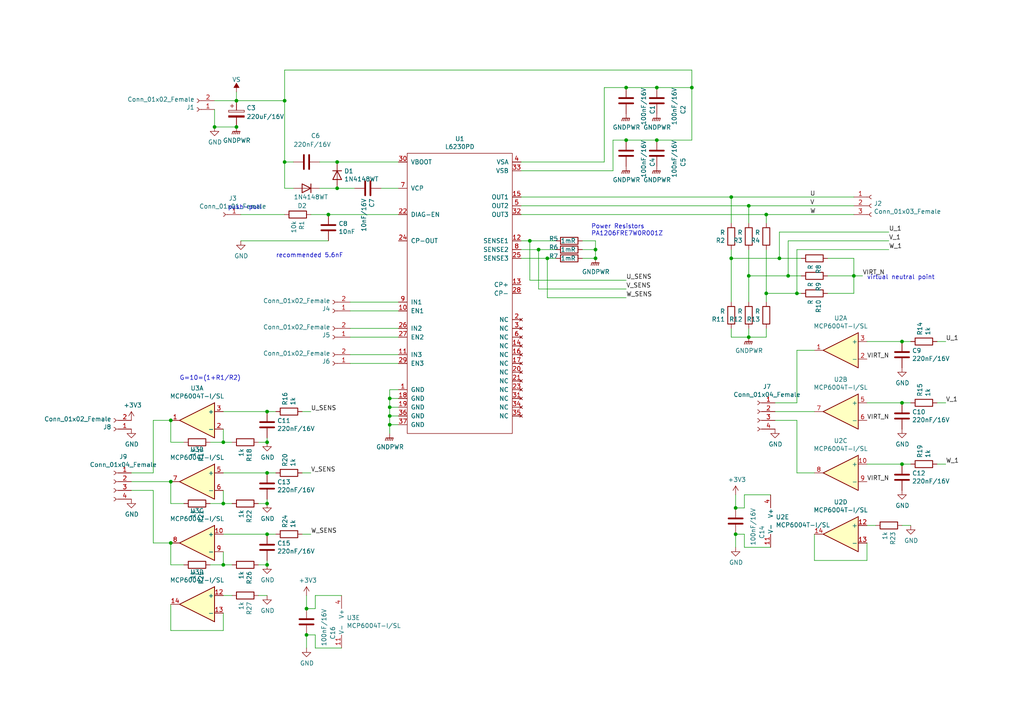
<source format=kicad_sch>
(kicad_sch (version 20211123) (generator eeschema)
  (paper "A4")
  (title_block (title "L6230 Driver Board") (date "2022-09-05") (rev "1") (company "MEgli"))
  (lib_symbols
    (symbol "Amplifier_Operational:MCP6004" (pin_names (offset 0.127))
      (property "Reference" "U" (at 0 5.08 0))
      (property "Value" "MCP6004" (at 0 -5.08 0))
      (symbol "MCP6004_1_1"
        (polyline (pts (xy -5.08 5.08) (xy 5.08 0) (xy -5.08 -5.08) (xy -5.08 5.08)) (stroke (width 0.254)) (fill (type background)))
        (pin output line (at 7.62 0 180) (length 2.54) (name "~") (number "1"))
        (pin input line (at -7.62 -2.54 0) (length 2.54) (name "-") (number "2"))
        (pin input line (at -7.62 2.54 0) (length 2.54) (name "+") (number "3"))
      )
      (symbol "MCP6004_2_1"
        (polyline (pts (xy -5.08 5.08) (xy 5.08 0) (xy -5.08 -5.08) (xy -5.08 5.08)) (stroke (width 0.254)) (fill (type background)))
        (pin input line (at -7.62 2.54 0) (length 2.54) (name "+") (number "5"))
        (pin input line (at -7.62 -2.54 0) (length 2.54) (name "-") (number "6"))
        (pin output line (at 7.62 0 180) (length 2.54) (name "~") (number "7"))
      )
      (symbol "MCP6004_3_1"
        (polyline (pts (xy -5.08 5.08) (xy 5.08 0) (xy -5.08 -5.08) (xy -5.08 5.08)) (stroke (width 0.254)) (fill (type background)))
        (pin input line (at -7.62 2.54 0) (length 2.54) (name "+") (number "10"))
        (pin output line (at 7.62 0 180) (length 2.54) (name "~") (number "8"))
        (pin input line (at -7.62 -2.54 0) (length 2.54) (name "-") (number "9"))
      )
      (symbol "MCP6004_4_1"
        (polyline (pts (xy -5.08 5.08) (xy 5.08 0) (xy -5.08 -5.08) (xy -5.08 5.08)) (stroke (width 0.254)) (fill (type background)))
        (pin input line (at -7.62 2.54 0) (length 2.54) (name "+") (number "12"))
        (pin input line (at -7.62 -2.54 0) (length 2.54) (name "-") (number "13"))
        (pin output line (at 7.62 0 180) (length 2.54) (name "~") (number "14"))
      )
      (symbol "MCP6004_5_1"
        (pin power_in line (at -2.54 -7.62 90) (length 3.81) (name "V-") (number "11"))
        (pin power_in line (at -2.54 7.62 270) (length 3.81) (name "V+") (number "4"))
      )
    )
    (symbol "Connector:Conn_01x01_Female" (pin_names (offset 1.016) hide)
      (property "Reference" "J" (at 0 2.54 0))
      (property "Value" "Conn_01x01_Female" (at 0 -2.54 0))
      (symbol "Conn_01x01_Female_1_1"
        (polyline (pts (xy -1.27 0) (xy -0.508 0)) (stroke (width 0.1524)))
        (arc (start 0 0.508) (mid -0.508 0) (end 0 -0.508) (stroke (width 0.1524)))
        (pin passive line (at -5.08 0 0) (length 3.81) (name "Pin_1") (number "1"))
      )
    )
    (symbol "Connector:Conn_01x02_Female" (pin_names (offset 1.016) hide)
      (property "Reference" "J" (at 0 2.54 0))
      (property "Value" "Conn_01x02_Female" (at 0 -5.08 0))
      (symbol "Conn_01x02_Female_1_1"
        (arc (start 0 -2.032) (mid -0.508 -2.54) (end 0 -3.048) (stroke (width 0.1524)))
        (polyline (pts (xy -1.27 -2.54) (xy -0.508 -2.54)) (stroke (width 0.1524)))
        (polyline (pts (xy -1.27 0) (xy -0.508 0)) (stroke (width 0.1524)))
        (arc (start 0 0.508) (mid -0.508 0) (end 0 -0.508) (stroke (width 0.1524)))
        (pin passive line (at -5.08 0 0) (length 3.81) (name "Pin_1") (number "1"))
        (pin passive line (at -5.08 -2.54 0) (length 3.81) (name "Pin_2") (number "2"))
      )
    )
    (symbol "Connector:Conn_01x03_Female" (pin_names (offset 1.016) hide)
      (property "Reference" "J" (at 0 5.08 0))
      (property "Value" "Conn_01x03_Female" (at 0 -5.08 0))
      (symbol "Conn_01x03_Female_1_1"
        (arc (start 0 -2.032) (mid -0.508 -2.54) (end 0 -3.048) (stroke (width 0.1524)))
        (polyline (pts (xy -1.27 -2.54) (xy -0.508 -2.54)) (stroke (width 0.1524)))
        (polyline (pts (xy -1.27 0) (xy -0.508 0)) (stroke (width 0.1524)))
        (polyline (pts (xy -1.27 2.54) (xy -0.508 2.54)) (stroke (width 0.1524)))
        (arc (start 0 0.508) (mid -0.508 0) (end 0 -0.508) (stroke (width 0.1524)))
        (arc (start 0 3.048) (mid -0.508 2.54) (end 0 2.032) (stroke (width 0.1524)))
        (pin passive line (at -5.08 2.54 0) (length 3.81) (name "Pin_1") (number "1"))
        (pin passive line (at -5.08 0 0) (length 3.81) (name "Pin_2") (number "2"))
        (pin passive line (at -5.08 -2.54 0) (length 3.81) (name "Pin_3") (number "3"))
      )
    )
    (symbol "Connector:Conn_01x04_Female" (pin_names (offset 1.016) hide)
      (property "Reference" "J" (at 0 5.08 0))
      (property "Value" "Conn_01x04_Female" (at 0 -7.62 0))
      (symbol "Conn_01x04_Female_1_1"
        (arc (start 0 -4.572) (mid -0.508 -5.08) (end 0 -5.588) (stroke (width 0.1524)))
        (arc (start 0 -2.032) (mid -0.508 -2.54) (end 0 -3.048) (stroke (width 0.1524)))
        (polyline (pts (xy -1.27 -5.08) (xy -0.508 -5.08)) (stroke (width 0.1524)))
        (polyline (pts (xy -1.27 -2.54) (xy -0.508 -2.54)) (stroke (width 0.1524)))
        (polyline (pts (xy -1.27 0) (xy -0.508 0)) (stroke (width 0.1524)))
        (polyline (pts (xy -1.27 2.54) (xy -0.508 2.54)) (stroke (width 0.1524)))
        (arc (start 0 0.508) (mid -0.508 0) (end 0 -0.508) (stroke (width 0.1524)))
        (arc (start 0 3.048) (mid -0.508 2.54) (end 0 2.032) (stroke (width 0.1524)))
        (pin passive line (at -5.08 2.54 0) (length 3.81) (name "Pin_1") (number "1"))
        (pin passive line (at -5.08 0 0) (length 3.81) (name "Pin_2") (number "2"))
        (pin passive line (at -5.08 -2.54 0) (length 3.81) (name "Pin_3") (number "3"))
        (pin passive line (at -5.08 -5.08 0) (length 3.81) (name "Pin_4") (number "4"))
      )
    )
    (symbol "Device:C" (pin_numbers hide) (pin_names (offset 0.254))
      (property "Reference" "C" (at 0.635 2.54 0))
      (property "Value" "C" (at 0.635 -2.54 0))
      (symbol "C_0_1"
        (polyline (pts (xy -2.032 -0.762) (xy 2.032 -0.762)) (stroke (width 0.508)))
        (polyline (pts (xy -2.032 0.762) (xy 2.032 0.762)) (stroke (width 0.508)))
      )
      (symbol "C_1_1"
        (pin passive line (at 0 3.81 270) (length 2.794) (name "~") (number "1"))
        (pin passive line (at 0 -3.81 90) (length 2.794) (name "~") (number "2"))
      )
    )
    (symbol "Device:C_Polarized" (pin_numbers hide) (pin_names (offset 0.254))
      (property "Reference" "C" (at 0.635 2.54 0))
      (property "Value" "C_Polarized" (at 0.635 -2.54 0))
      (symbol "C_Polarized_0_1"
        (rectangle (start -2.286 0.508) (end 2.286 1.016))
        (polyline (pts (xy -1.778 2.286) (xy -0.762 2.286)))
        (polyline (pts (xy -1.27 2.794) (xy -1.27 1.778)))
        (rectangle (start 2.286 -0.508) (end -2.286 -1.016) (fill (type outline)))
      )
      (symbol "C_Polarized_1_1"
        (pin passive line (at 0 3.81 270) (length 2.794) (name "~") (number "1"))
        (pin passive line (at 0 -3.81 90) (length 2.794) (name "~") (number "2"))
      )
    )
    (symbol "Device:R" (pin_numbers hide) (pin_names (offset 0))
      (property "Reference" "R" (at 2.032 0 90))
      (property "Value" "R" (at 0 0 90))
      (symbol "R_0_1"
        (rectangle (start -1.016 -2.54) (end 1.016 2.54) (stroke (width 0.254)))
      )
      (symbol "R_1_1"
        (pin passive line (at 0 3.81 270) (length 1.27) (name "~") (number "1"))
        (pin passive line (at 0 -3.81 90) (length 1.27) (name "~") (number "2"))
      )
    )
    (symbol "Diode:1N4148WT" (pin_numbers hide) (pin_names (offset 1.016) hide)
      (property "Reference" "D" (at 0 2.54 0))
      (property "Value" "1N4148WT" (at 0 -2.54 0))
      (symbol "1N4148WT_0_1"
        (polyline (pts (xy -1.27 1.27) (xy -1.27 -1.27)) (stroke (width 0.254)))
        (polyline (pts (xy 1.27 0) (xy -1.27 0)))
        (polyline (pts (xy 1.27 1.27) (xy 1.27 -1.27) (xy -1.27 0) (xy 1.27 1.27)) (stroke (width 0.254)))
      )
      (symbol "1N4148WT_1_1"
        (pin passive line (at -3.81 0 0) (length 2.54) (name "K") (number "1"))
        (pin passive line (at 3.81 0 180) (length 2.54) (name "A") (number "2"))
      )
    )
    (symbol "L6230:L6230PD" (pin_names (offset 1.016))
      (property "Reference" "U" (at -13.97 41.91 0))
      (property "Value" "L6230PD" (at 11.43 41.91 0))
      (symbol "L6230PD_0_1"
        (rectangle (start -15.24 40.64) (end 15.24 -40.64))
      )
      (symbol "L6230PD_1_1"
        (pin power_in line (at -17.78 -27.94 0) (length 2.54) (name "GND") (number "1"))
        (pin input line (at -17.78 -5.08 0) (length 2.54) (name "EN1") (number "10"))
        (pin input line (at -17.78 -17.78 0) (length 2.54) (name "IN3") (number "11"))
        (pin output line (at 17.78 15.24 180) (length 2.54) (name "SENSE1") (number "12"))
        (pin input line (at 17.78 2.54 180) (length 2.54) (name "CP+") (number "13"))
        (pin no_connect line (at 17.78 -15.24 180) (length 2.54) (name "NC") (number "14"))
        (pin power_out line (at 17.78 27.94 180) (length 2.54) (name "OUT1") (number "15"))
        (pin no_connect line (at 17.78 -17.78 180) (length 2.54) (name "NC") (number "16"))
        (pin no_connect line (at 17.78 -20.32 180) (length 2.54) (name "NC") (number "17"))
        (pin power_in line (at -17.78 -30.48 0) (length 2.54) (name "GND") (number "18"))
        (pin power_in line (at -17.78 -33.02 0) (length 2.54) (name "GND") (number "19"))
        (pin no_connect line (at 17.78 -7.62 180) (length 2.54) (name "NC") (number "2"))
        (pin no_connect line (at 17.78 -22.86 180) (length 2.54) (name "NC") (number "20"))
        (pin no_connect line (at 17.78 -25.4 180) (length 2.54) (name "NC") (number "21"))
        (pin output line (at -17.78 22.86 0) (length 2.54) (name "DIAG-EN") (number "22"))
        (pin no_connect line (at 17.78 -27.94 180) (length 2.54) (name "NC") (number "23"))
        (pin output line (at -17.78 15.24 0) (length 2.54) (name "CP-OUT") (number "24"))
        (pin power_out line (at 17.78 10.16 180) (length 2.54) (name "SENSE3") (number "25"))
        (pin input line (at -17.78 -10.16 0) (length 2.54) (name "IN2") (number "26"))
        (pin input line (at -17.78 -12.7 0) (length 2.54) (name "EN2") (number "27"))
        (pin input line (at 17.78 0 180) (length 2.54) (name "CP-") (number "28"))
        (pin input line (at -17.78 -20.32 0) (length 2.54) (name "EN3") (number "29"))
        (pin no_connect line (at 17.78 -10.16 180) (length 2.54) (name "NC") (number "3"))
        (pin power_in line (at -17.78 38.1 0) (length 2.54) (name "VBOOT") (number "30"))
        (pin no_connect line (at 17.78 -30.48 180) (length 2.54) (name "NC") (number "31"))
        (pin power_out line (at 17.78 22.86 180) (length 2.54) (name "OUT3") (number "32"))
        (pin power_in line (at 17.78 35.56 180) (length 2.54) (name "VSB") (number "33"))
        (pin no_connect line (at 17.78 -33.02 180) (length 2.54) (name "NC") (number "34"))
        (pin no_connect line (at 17.78 -35.56 180) (length 2.54) (name "NC") (number "35"))
        (pin power_in line (at -17.78 -35.56 0) (length 2.54) (name "GND") (number "36"))
        (pin power_in line (at -17.78 -38.1 0) (length 2.54) (name "GND") (number "37"))
        (pin power_in line (at 17.78 38.1 180) (length 2.54) (name "VSA") (number "4"))
        (pin power_out line (at 17.78 25.4 180) (length 2.54) (name "OUT2") (number "5"))
        (pin no_connect line (at 17.78 -12.7 180) (length 2.54) (name "NC") (number "6"))
        (pin power_in line (at -17.78 30.48 0) (length 2.54) (name "VCP") (number "7"))
        (pin output line (at 17.78 12.7 180) (length 2.54) (name "SENSE2") (number "8"))
        (pin input line (at -17.78 -2.54 0) (length 2.54) (name "IN1") (number "9"))
      )
    )
    (symbol "power:+3.3V" (power) (pin_names (offset 0))
      (property "Value" "+3.3V" (at 0 3.556 0))
      (symbol "+3.3V_0_1"
        (polyline (pts (xy -0.762 1.27) (xy 0 2.54)))
        (polyline (pts (xy 0 0) (xy 0 2.54)))
        (polyline (pts (xy 0 2.54) (xy 0.762 1.27)))
      )
      (symbol "+3.3V_1_1"
        (pin power_in line (at 0 0 90) (length 0) hide (name "+3V3") (number "1"))
      )
    )
    (symbol "power:GND" (power) (pin_names (offset 0))
      (property "Value" "GND" (at 0 -3.81 0))
      (symbol "GND_0_1"
        (polyline (pts (xy 0 0) (xy 0 -1.27) (xy 1.27 -1.27) (xy 0 -2.54) (xy -1.27 -1.27) (xy 0 -1.27)))
      )
      (symbol "GND_1_1"
        (pin power_in line (at 0 0 270) (length 0) hide (name "GND") (number "1"))
      )
    )
    (symbol "power:GNDPWR" (power) (pin_names (offset 0))
      (property "Value" "GNDPWR" (at 0 -3.302 0))
      (symbol "GNDPWR_0_1"
        (polyline (pts (xy 0 -1.27) (xy 0 0)))
        (polyline (pts (xy -1.016 -1.27) (xy -1.27 -2.032) (xy -1.27 -2.032)) (stroke (width 0.2032)))
        (polyline (pts (xy -0.508 -1.27) (xy -0.762 -2.032) (xy -0.762 -2.032)) (stroke (width 0.2032)))
        (polyline (pts (xy 0 -1.27) (xy -0.254 -2.032) (xy -0.254 -2.032)) (stroke (width 0.2032)))
        (polyline (pts (xy 0.508 -1.27) (xy 0.254 -2.032) (xy 0.254 -2.032)) (stroke (width 0.2032)))
        (polyline (pts (xy 1.016 -1.27) (xy -1.016 -1.27) (xy -1.016 -1.27)) (stroke (width 0.2032)))
        (polyline (pts (xy 1.016 -1.27) (xy 0.762 -2.032) (xy 0.762 -2.032) (xy 0.762 -2.032)) (stroke (width 0.2032)))
      )
      (symbol "GNDPWR_1_1"
        (pin power_in line (at 0 0 270) (length 0) hide (name "GNDPWR") (number "1"))
      )
    )
    (symbol "power:VS" (power) (pin_names (offset 0))
      (property "Value" "VS" (at 0 3.81 0))
      (symbol "VS_0_1"
        (polyline (pts (xy 0 0) (xy 0 2.54)))
        (polyline (pts (xy 0.762 1.27) (xy -0.762 1.27) (xy 0 2.54) (xy 0.762 1.27)) (fill (type outline)))
      )
      (symbol "VS_1_1"
        (pin power_in line (at 0 0 90) (length 0) hide (name "VS") (number "1"))
      )
    )
  )
  (junction (at 49.53 157.48))
  (junction (at 172.72 72.39))
  (junction (at 77.47 137.16))
  (junction (at 64.77 146.05))
  (junction (at 228.6 80.01))
  (junction (at 190.5 25.4))
  (junction (at 212.09 57.15))
  (junction (at 113.03 115.57))
  (junction (at 97.79 46.99))
  (junction (at 181.61 25.4))
  (junction (at 217.17 97.79))
  (junction (at 158.75 74.93))
  (junction (at 261.62 134.62))
  (junction (at 82.55 46.99))
  (junction (at 77.47 119.38))
  (junction (at 213.36 154.94))
  (junction (at 77.47 163.83))
  (junction (at 156.21 72.39))
  (junction (at 247.65 80.01))
  (junction (at 217.17 80.01))
  (junction (at 261.62 99.06))
  (junction (at 222.25 85.09))
  (junction (at 113.03 123.19))
  (junction (at 190.5 40.64))
  (junction (at 153.67 69.85))
  (junction (at 181.61 40.64))
  (junction (at 64.77 128.27))
  (junction (at 88.9 176.53))
  (junction (at 172.72 74.93))
  (junction (at 261.62 116.84))
  (junction (at 113.03 118.11))
  (junction (at 49.53 121.92))
  (junction (at 97.79 54.61))
  (junction (at 64.77 163.83))
  (junction (at 113.03 120.65))
  (junction (at 95.25 62.23))
  (junction (at 200.66 25.4))
  (junction (at 212.09 74.93))
  (junction (at 68.58 36.83))
  (junction (at 68.58 29.21))
  (junction (at 226.06 74.93))
  (junction (at 88.9 184.15))
  (junction (at 222.25 62.23))
  (junction (at 213.36 147.32))
  (junction (at 62.23 36.83))
  (junction (at 77.47 154.94))
  (junction (at 77.47 128.27))
  (junction (at 231.14 85.09))
  (junction (at 77.47 146.05))
  (junction (at 49.53 139.7))
  (junction (at 82.55 29.21))
  (junction (at 217.17 59.69))
  (wire (pts (xy 226.06 67.31) (xy 257.81 67.31)))
  (wire (pts (xy 175.26 46.99) (xy 175.26 25.4)))
  (wire (pts (xy 247.65 57.15) (xy 212.09 57.15)))
  (wire (pts (xy 91.44 176.53) (xy 91.44 172.72)))
  (wire (pts (xy 217.17 95.25) (xy 217.17 97.79)))
  (wire (pts (xy 232.41 74.93) (xy 226.06 74.93)))
  (wire (pts (xy 38.1 137.16) (xy 44.45 137.16)))
  (wire (pts (xy 95.25 69.85) (xy 69.85 69.85)))
  (wire (pts (xy 251.46 99.06) (xy 261.62 99.06)))
  (wire (pts (xy 212.09 72.39) (xy 212.09 74.93)))
  (wire (pts (xy 200.66 25.4) (xy 200.66 20.32)))
  (wire (pts (xy 228.6 80.01) (xy 228.6 69.85)))
  (wire (pts (xy 226.06 74.93) (xy 212.09 74.93)))
  (wire (pts (xy 161.29 72.39) (xy 156.21 72.39)))
  (wire (pts (xy 231.14 85.09) (xy 222.25 85.09)))
  (wire (pts (xy 153.67 69.85) (xy 153.67 81.28)))
  (wire (pts (xy 77.47 119.38) (xy 80.01 119.38)))
  (wire (pts (xy 62.23 36.83) (xy 62.23 31.75)))
  (wire (pts (xy 158.75 74.93) (xy 161.29 74.93)))
  (wire (pts (xy 240.03 80.01) (xy 247.65 80.01)))
  (wire (pts (xy 200.66 40.64) (xy 200.66 25.4)))
  (wire (pts (xy 82.55 54.61) (xy 82.55 46.99)))
  (wire (pts (xy 151.13 46.99) (xy 175.26 46.99)))
  (wire (pts (xy 115.57 54.61) (xy 110.49 54.61)))
  (wire (pts (xy 102.87 54.61) (xy 97.79 54.61)))
  (wire (pts (xy 82.55 29.21) (xy 82.55 46.99)))
  (wire (pts (xy 115.57 115.57) (xy 113.03 115.57)))
  (wire (pts (xy 115.57 62.23) (xy 95.25 62.23)))
  (wire (pts (xy 231.14 72.39) (xy 257.81 72.39)))
  (wire (pts (xy 49.53 157.48) (xy 49.53 163.83)))
  (wire (pts (xy 240.03 85.09) (xy 247.65 85.09)))
  (wire (pts (xy 88.9 172.72) (xy 88.9 176.53)))
  (wire (pts (xy 101.6 97.79) (xy 115.57 97.79)))
  (wire (pts (xy 92.71 46.99) (xy 97.79 46.99)))
  (wire (pts (xy 212.09 57.15) (xy 212.09 64.77)))
  (wire (pts (xy 232.41 85.09) (xy 231.14 85.09)))
  (wire (pts (xy 97.79 54.61) (xy 92.71 54.61)))
  (wire (pts (xy 67.31 128.27) (xy 64.77 128.27)))
  (wire (pts (xy 64.77 128.27) (xy 60.96 128.27)))
  (wire (pts (xy 91.44 187.96) (xy 91.44 184.15)))
  (wire (pts (xy 156.21 72.39) (xy 156.21 83.82)))
  (wire (pts (xy 261.62 99.06) (xy 264.16 99.06)))
  (wire (pts (xy 172.72 69.85) (xy 172.72 72.39)))
  (wire (pts (xy 64.77 119.38) (xy 77.47 119.38)))
  (wire (pts (xy 97.79 46.99) (xy 115.57 46.99)))
  (wire (pts (xy 190.5 25.4) (xy 200.66 25.4)))
  (wire (pts (xy 87.63 154.94) (xy 90.17 154.94)))
  (wire (pts (xy 68.58 26.67) (xy 68.58 29.21)))
  (wire (pts (xy 222.25 85.09) (xy 222.25 87.63)))
  (wire (pts (xy 231.14 121.92) (xy 224.79 121.92)))
  (wire (pts (xy 247.65 80.01) (xy 247.65 85.09)))
  (wire (pts (xy 113.03 118.11) (xy 115.57 118.11)))
  (wire (pts (xy 113.03 123.19) (xy 115.57 123.19)))
  (wire (pts (xy 77.47 137.16) (xy 80.01 137.16)))
  (wire (pts (xy 168.91 69.85) (xy 172.72 69.85)))
  (wire (pts (xy 213.36 143.51) (xy 213.36 147.32)))
  (wire (pts (xy 212.09 57.15) (xy 151.13 57.15)))
  (wire (pts (xy 64.77 146.05) (xy 60.96 146.05)))
  (wire (pts (xy 53.34 146.05) (xy 49.53 146.05)))
  (wire (pts (xy 44.45 157.48) (xy 44.45 142.24)))
  (wire (pts (xy 87.63 119.38) (xy 90.17 119.38)))
  (wire (pts (xy 264.16 152.4) (xy 261.62 152.4)))
  (wire (pts (xy 85.09 54.61) (xy 82.55 54.61)))
  (wire (pts (xy 224.79 116.84) (xy 231.14 116.84)))
  (wire (pts (xy 181.61 40.64) (xy 190.5 40.64)))
  (wire (pts (xy 251.46 116.84) (xy 261.62 116.84)))
  (wire (pts (xy 236.22 137.16) (xy 231.14 137.16)))
  (wire (pts (xy 217.17 72.39) (xy 217.17 80.01)))
  (wire (pts (xy 68.58 29.21) (xy 82.55 29.21)))
  (wire (pts (xy 228.6 69.85) (xy 257.81 69.85)))
  (wire (pts (xy 95.25 62.23) (xy 90.17 62.23)))
  (wire (pts (xy 115.57 120.65) (xy 113.03 120.65)))
  (wire (pts (xy 271.78 99.06) (xy 274.32 99.06)))
  (wire (pts (xy 156.21 72.39) (xy 151.13 72.39)))
  (wire (pts (xy 44.45 137.16) (xy 44.45 121.92)))
  (wire (pts (xy 200.66 20.32) (xy 82.55 20.32)))
  (wire (pts (xy 91.44 172.72) (xy 99.06 172.72)))
  (wire (pts (xy 247.65 62.23) (xy 222.25 62.23)))
  (wire (pts (xy 64.77 177.8) (xy 64.77 182.88)))
  (wire (pts (xy 113.03 123.19) (xy 113.03 120.65)))
  (wire (pts (xy 113.03 115.57) (xy 113.03 113.03)))
  (wire (pts (xy 231.14 85.09) (xy 231.14 72.39)))
  (wire (pts (xy 226.06 74.93) (xy 226.06 67.31)))
  (wire (pts (xy 67.31 172.72) (xy 64.77 172.72)))
  (wire (pts (xy 77.47 127) (xy 77.47 128.27)))
  (wire (pts (xy 60.96 163.83) (xy 64.77 163.83)))
  (wire (pts (xy 231.14 101.6) (xy 236.22 101.6)))
  (wire (pts (xy 64.77 142.24) (xy 64.77 146.05)))
  (wire (pts (xy 113.03 120.65) (xy 113.03 118.11)))
  (wire (pts (xy 232.41 80.01) (xy 228.6 80.01)))
  (wire (pts (xy 251.46 134.62) (xy 261.62 134.62)))
  (wire (pts (xy 212.09 97.79) (xy 217.17 97.79)))
  (wire (pts (xy 217.17 97.79) (xy 222.25 97.79)))
  (wire (pts (xy 156.21 83.82) (xy 181.61 83.82)))
  (wire (pts (xy 49.53 128.27) (xy 49.53 121.92)))
  (wire (pts (xy 49.53 182.88) (xy 49.53 175.26)))
  (wire (pts (xy 240.03 74.93) (xy 247.65 74.93)))
  (wire (pts (xy 113.03 118.11) (xy 113.03 115.57)))
  (wire (pts (xy 99.06 187.96) (xy 91.44 187.96)))
  (wire (pts (xy 88.9 176.53) (xy 91.44 176.53)))
  (wire (pts (xy 82.55 20.32) (xy 82.55 29.21)))
  (wire (pts (xy 115.57 87.63) (xy 101.6 87.63)))
  (wire (pts (xy 115.57 102.87) (xy 101.6 102.87)))
  (wire (pts (xy 223.52 158.75) (xy 215.9 158.75)))
  (wire (pts (xy 53.34 128.27) (xy 49.53 128.27)))
  (wire (pts (xy 62.23 36.83) (xy 68.58 36.83)))
  (wire (pts (xy 77.47 172.72) (xy 74.93 172.72)))
  (wire (pts (xy 64.77 163.83) (xy 67.31 163.83)))
  (wire (pts (xy 217.17 59.69) (xy 247.65 59.69)))
  (wire (pts (xy 88.9 187.96) (xy 88.9 184.15)))
  (wire (pts (xy 222.25 62.23) (xy 151.13 62.23)))
  (wire (pts (xy 44.45 121.92) (xy 49.53 121.92)))
  (wire (pts (xy 215.9 147.32) (xy 215.9 143.51)))
  (wire (pts (xy 77.47 162.56) (xy 77.47 163.83)))
  (wire (pts (xy 215.9 143.51) (xy 223.52 143.51)))
  (wire (pts (xy 115.57 95.25) (xy 101.6 95.25)))
  (wire (pts (xy 113.03 125.73) (xy 113.03 123.19)))
  (wire (pts (xy 175.26 25.4) (xy 181.61 25.4)))
  (wire (pts (xy 231.14 137.16) (xy 231.14 121.92)))
  (wire (pts (xy 74.93 128.27) (xy 77.47 128.27)))
  (wire (pts (xy 251.46 162.56) (xy 236.22 162.56)))
  (wire (pts (xy 247.65 74.93) (xy 247.65 80.01)))
  (wire (pts (xy 158.75 86.36) (xy 181.61 86.36)))
  (wire (pts (xy 115.57 90.17) (xy 101.6 90.17)))
  (wire (pts (xy 247.65 80.01) (xy 250.19 80.01)))
  (wire (pts (xy 215.9 158.75) (xy 215.9 154.94)))
  (wire (pts (xy 213.36 147.32) (xy 215.9 147.32)))
  (wire (pts (xy 49.53 139.7) (xy 38.1 139.7)))
  (wire (pts (xy 168.91 72.39) (xy 172.72 72.39)))
  (wire (pts (xy 251.46 157.48) (xy 251.46 162.56)))
  (wire (pts (xy 236.22 162.56) (xy 236.22 154.94)))
  (wire (pts (xy 261.62 134.62) (xy 264.16 134.62)))
  (wire (pts (xy 222.25 97.79) (xy 222.25 95.25)))
  (wire (pts (xy 151.13 49.53) (xy 177.8 49.53)))
  (wire (pts (xy 91.44 184.15) (xy 88.9 184.15)))
  (wire (pts (xy 172.72 74.93) (xy 168.91 74.93)))
  (wire (pts (xy 64.77 182.88) (xy 49.53 182.88)))
  (wire (pts (xy 69.85 62.23) (xy 82.55 62.23)))
  (wire (pts (xy 62.23 29.21) (xy 68.58 29.21)))
  (wire (pts (xy 190.5 40.64) (xy 200.66 40.64)))
  (wire (pts (xy 212.09 95.25) (xy 212.09 97.79)))
  (wire (pts (xy 222.25 62.23) (xy 222.25 64.77)))
  (wire (pts (xy 181.61 25.4) (xy 190.5 25.4)))
  (wire (pts (xy 67.31 146.05) (xy 64.77 146.05)))
  (wire (pts (xy 217.17 80.01) (xy 217.17 87.63)))
  (wire (pts (xy 82.55 46.99) (xy 85.09 46.99)))
  (wire (pts (xy 64.77 154.94) (xy 77.47 154.94)))
  (wire (pts (xy 151.13 74.93) (xy 158.75 74.93)))
  (wire (pts (xy 64.77 137.16) (xy 77.47 137.16)))
  (wire (pts (xy 172.72 72.39) (xy 172.72 74.93)))
  (wire (pts (xy 77.47 146.05) (xy 74.93 146.05)))
  (wire (pts (xy 217.17 59.69) (xy 217.17 64.77)))
  (wire (pts (xy 158.75 74.93) (xy 158.75 86.36)))
  (wire (pts (xy 222.25 72.39) (xy 222.25 85.09)))
  (wire (pts (xy 153.67 81.28) (xy 181.61 81.28)))
  (wire (pts (xy 49.53 157.48) (xy 44.45 157.48)))
  (wire (pts (xy 254 152.4) (xy 251.46 152.4)))
  (wire (pts (xy 151.13 59.69) (xy 217.17 59.69)))
  (wire (pts (xy 87.63 137.16) (xy 90.17 137.16)))
  (wire (pts (xy 113.03 113.03) (xy 115.57 113.03)))
  (wire (pts (xy 77.47 154.94) (xy 80.01 154.94)))
  (wire (pts (xy 271.78 116.84) (xy 274.32 116.84)))
  (wire (pts (xy 236.22 119.38) (xy 224.79 119.38)))
  (wire (pts (xy 231.14 116.84) (xy 231.14 101.6)))
  (wire (pts (xy 177.8 40.64) (xy 181.61 40.64)))
  (wire (pts (xy 215.9 154.94) (xy 213.36 154.94)))
  (wire (pts (xy 177.8 49.53) (xy 177.8 40.64)))
  (wire (pts (xy 101.6 105.41) (xy 115.57 105.41)))
  (wire (pts (xy 261.62 116.84) (xy 264.16 116.84)))
  (wire (pts (xy 44.45 142.24) (xy 38.1 142.24)))
  (wire (pts (xy 151.13 69.85) (xy 153.67 69.85)))
  (wire (pts (xy 228.6 80.01) (xy 217.17 80.01)))
  (wire (pts (xy 213.36 158.75) (xy 213.36 154.94)))
  (wire (pts (xy 271.78 134.62) (xy 274.32 134.62)))
  (wire (pts (xy 153.67 69.85) (xy 161.29 69.85)))
  (wire (pts (xy 212.09 74.93) (xy 212.09 87.63)))
  (wire (pts (xy 64.77 160.02) (xy 64.77 163.83)))
  (wire (pts (xy 77.47 144.78) (xy 77.47 146.05)))
  (wire (pts (xy 74.93 163.83) (xy 77.47 163.83)))
  (wire (pts (xy 49.53 146.05) (xy 49.53 139.7)))
  (wire (pts (xy 49.53 163.83) (xy 53.34 163.83)))
  (wire (pts (xy 64.77 124.46) (xy 64.77 128.27)))
  (text "push-pull" (at 66.04 60.96 0) (effects (font (size 1.27 1.27)) (justify left bottom)))
  (text "recommended 5.6nF" (at 80.01 74.93 0) (effects (font (size 1.27 1.27)) (justify left bottom)))
  (text "virtual neutral point" (at 251.46 81.28 0) (effects (font (size 1.27 1.27)) (justify left bottom)))
  (text "Power Resistors\nPA1206FRE7W0R001Z" (at 171.45 68.58 0) (effects (font (size 1.27 1.27)) (justify left bottom)))
  (text "G=10=(1+R1/R2)" (at 52.07 110.49 0) (effects (font (size 1.27 1.27)) (justify left bottom)))
  (label "V_1" (at 257.81 69.85 0))
  (label "VIRT_N" (at 251.46 139.7 0))
  (label "U_SENS" (at 90.17 119.38 0))
  (label "V" (at 234.95 59.69 0))
  (label "V_SENS" (at 90.17 137.16 0))
  (label "VIRT_N" (at 251.46 121.92 0))
  (label "U" (at 234.95 57.15 0))
  (label "VIRT_N" (at 251.46 104.14 0))
  (label "W_1" (at 274.32 134.62 0))
  (label "U_1" (at 274.32 99.06 0))
  (label "U_1" (at 257.81 67.31 0))
  (label "VIRT_N" (at 250.19 80.01 0))
  (label "W_SENS" (at 181.61 86.36 0))
  (label "W_1" (at 257.81 72.39 0))
  (label "V_1" (at 274.32 116.84 0))
  (label "U_SENS" (at 181.61 81.28 0))
  (label "W_SENS" (at 90.17 154.94 0))
  (label "V_SENS" (at 181.61 83.82 0))
  (label "W" (at 234.95 62.23 0))
  (symbol (lib_id "Connector:Conn_01x03_Female") (at 252.73 59.69 0) (unit 1)
    (property "Reference" "J2" (at 253.4412 59.0296 0) (effects (justify left)))
    (property "Value" "Conn_01x03_Female" (at 253.4412 61.341 0) (effects (justify left)))
    (property "Footprint" "Connector_PinSocket_2.54mm:PinSocket_1x03_P2.54mm_Vertical" (effects hide))
  )
  (symbol (lib_id "Connector:Conn_01x02_Female") (at 57.15 31.75 180) (unit 1)
    (property "Reference" "J1" (at 56.4388 31.1404 0) (effects (justify left)))
    (property "Value" "Conn_01x02_Female" (at 56.4388 28.829 0) (effects (justify left)))
    (property "Footprint" "Connector_PinSocket_2.54mm:PinSocket_1x02_P2.54mm_Vertical" (effects hide))
  )
  (symbol (lib_id "L6230:L6230PD") (at 133.35 85.09 0) (unit 1)
    (property "Reference" "U1" (at 133.35 40.259 0))
    (property "Value" "L6230PD" (at 133.35 42.5704 0))
    (property "Footprint" "Package_SO:HSOP-36-1EP_11.0x15.9mm_P0.65mm_SlugDown_ThermalVias" (effects hide))
  )
  (symbol (lib_id "Diode:1N4148WT") (at 97.79 50.8 270) (unit 1)
    (property "Reference" "D1" (at 99.822 49.6316 90) (effects (justify left)))
    (property "Value" "1N4148WT" (at 99.822 51.943 90) (effects (justify left)))
    (property "Footprint" "Diode_SMD:D_SOD-523" (effects hide))
    (property "Datasheet" "https://www.diodes.com/assets/Datasheets/ds30396.pdf" (effects hide))
  )
  (symbol (lib_id "Device:C") (at 106.68 54.61 270) (unit 1)
    (property "Reference" "C7" (at 107.8484 57.531 0) (effects (justify left)))
    (property "Value" "10nF/16V" (at 105.537 57.531 0) (effects (justify left)))
    (property "Footprint" "Capacitor_SMD:C_0603_1608Metric" (effects hide))
  )
  (symbol (lib_id "Diode:1N4148WT") (at 88.9 54.61 180) (unit 1)
    (property "Reference" "D2" (at 87.63 59.69 0))
    (property "Value" "1N4148WT" (at 90.17 57.15 0))
    (property "Footprint" "Diode_SMD:D_SOD-523" (effects hide))
    (property "Datasheet" "https://www.diodes.com/assets/Datasheets/ds30396.pdf" (effects hide))
  )
  (symbol (lib_id "Device:C") (at 88.9 46.99 270) (unit 1)
    (property "Reference" "C6" (at 90.17 39.37 90) (effects (justify left)))
    (property "Value" "220nF/16V" (at 85.09 41.91 90) (effects (justify left)))
    (property "Footprint" "Capacitor_SMD:C_0603_1608Metric" (effects hide))
  )
  (symbol (lib_id "Device:R") (at 165.1 69.85 90) (unit 1)
    (property "Reference" "R5" (at 161.925 69.215 90) (effects (justify left)))
    (property "Value" "1mR" (at 167.005 69.85 90) (effects (justify left)))
    (property "Footprint" "Resistor_SMD:R_1206_3216Metric" (effects hide))
  )
  (symbol (lib_id "Device:C") (at 95.25 66.04 0) (unit 1)
    (property "Reference" "C8" (at 98.171 64.8716 0) (effects (justify left)))
    (property "Value" "10nF" (at 98.171 67.183 0) (effects (justify left)))
    (property "Footprint" "Capacitor_SMD:C_0603_1608Metric" (effects hide))
  )
  (symbol (lib_id "Device:R") (at 165.1 72.39 90) (unit 1)
    (property "Reference" "R6" (at 161.925 71.755 90) (effects (justify left)))
    (property "Value" "1mR" (at 167.005 72.39 90) (effects (justify left)))
    (property "Footprint" "Resistor_SMD:R_1206_3216Metric" (effects hide))
  )
  (symbol (lib_id "Device:R") (at 165.1 74.93 90) (unit 1)
    (property "Reference" "R7" (at 161.925 74.295 90) (effects (justify left)))
    (property "Value" "1mR" (at 167.005 74.93 90) (effects (justify left)))
    (property "Footprint" "Resistor_SMD:R_1206_3216Metric" (effects hide))
  )
  (symbol (lib_id "Device:R") (at 86.36 62.23 270) (unit 1)
    (property "Reference" "R1" (at 87.5284 64.008 0) (effects (justify left)))
    (property "Value" "10k" (at 85.217 64.008 0) (effects (justify left)))
    (property "Footprint" "Resistor_SMD:R_0603_1608Metric" (effects hide))
  )
  (symbol (lib_id "power:GNDPWR") (at 68.58 36.83 0) (unit 1)
    (property "Reference" "#PWR0101" (effects hide))
    (property "Value" "GNDPWR" (at 68.6816 40.7416 0))
  )
  (symbol (lib_id "power:GNDPWR") (at 172.72 74.93 0) (unit 1)
    (property "Reference" "#PWR0107" (effects hide))
    (property "Value" "GNDPWR" (at 172.8216 78.8416 0))
  )
  (symbol (lib_id "power:GND") (at 62.23 36.83 0) (unit 1)
    (property "Reference" "#PWR0102" (effects hide))
    (property "Value" "GND" (at 62.357 41.2242 0))
  )
  (symbol (lib_id "power:GND") (at 69.85 69.85 0) (unit 1)
    (property "Reference" "#PWR0103" (effects hide))
    (property "Value" "GND" (at 69.977 74.2442 0))
  )
  (symbol (lib_id "Device:C") (at 190.5 29.21 180) (unit 1)
    (property "Reference" "C2" (at 198.12 30.48 90) (effects (justify left)))
    (property "Value" "100nF/16V" (at 195.58 25.4 90) (effects (justify left)))
    (property "Footprint" "Capacitor_SMD:C_0603_1608Metric" (effects hide))
  )
  (symbol (lib_id "Device:C") (at 181.61 29.21 180) (unit 1)
    (property "Reference" "C1" (at 189.23 30.48 90) (effects (justify left)))
    (property "Value" "100nF/16V" (at 186.69 25.4 90) (effects (justify left)))
    (property "Footprint" "Capacitor_SMD:C_0603_1608Metric" (effects hide))
  )
  (symbol (lib_id "power:GNDPWR") (at 181.61 33.02 0) (unit 1)
    (property "Reference" "#PWR0104" (effects hide))
    (property "Value" "GNDPWR" (at 181.7116 36.9316 0))
  )
  (symbol (lib_id "power:GNDPWR") (at 190.5 33.02 0) (unit 1)
    (property "Reference" "#PWR0105" (effects hide))
    (property "Value" "GNDPWR" (at 190.6016 36.9316 0))
  )
  (symbol (lib_id "power:GNDPWR") (at 113.03 125.73 0) (unit 1)
    (property "Reference" "#PWR0106" (effects hide))
    (property "Value" "GNDPWR" (at 113.1316 129.6416 0))
  )
  (symbol (lib_id "Device:C") (at 190.5 44.45 180) (unit 1)
    (property "Reference" "C5" (at 198.12 45.72 90) (effects (justify left)))
    (property "Value" "100nF/16V" (at 195.58 40.64 90) (effects (justify left)))
    (property "Footprint" "Capacitor_SMD:C_0603_1608Metric" (effects hide))
  )
  (symbol (lib_id "Device:C") (at 181.61 44.45 180) (unit 1)
    (property "Reference" "C4" (at 189.23 45.72 90) (effects (justify left)))
    (property "Value" "100nF/16V" (at 186.69 40.64 90) (effects (justify left)))
    (property "Footprint" "Capacitor_SMD:C_0603_1608Metric" (effects hide))
  )
  (symbol (lib_id "power:GNDPWR") (at 181.61 48.26 0) (unit 1)
    (property "Reference" "#PWR0108" (effects hide))
    (property "Value" "GNDPWR" (at 181.7116 52.1716 0))
  )
  (symbol (lib_id "power:GNDPWR") (at 190.5 48.26 0) (unit 1)
    (property "Reference" "#PWR0109" (effects hide))
    (property "Value" "GNDPWR" (at 190.6016 52.1716 0))
  )
  (symbol (lib_id "Device:R") (at 212.09 68.58 180) (unit 1)
    (property "Reference" "R2" (at 210.312 69.7484 0) (effects (justify left)))
    (property "Value" "R" (at 210.312 67.437 0) (effects (justify left)))
    (property "Footprint" "Resistor_SMD:R_0603_1608Metric" (effects hide))
  )
  (symbol (lib_id "Device:R") (at 217.17 68.58 180) (unit 1)
    (property "Reference" "R3" (at 215.392 69.7484 0) (effects (justify left)))
    (property "Value" "R" (at 215.392 67.437 0) (effects (justify left)))
    (property "Footprint" "Resistor_SMD:R_0603_1608Metric" (effects hide))
  )
  (symbol (lib_id "Device:R") (at 222.25 68.58 180) (unit 1)
    (property "Reference" "R4" (at 220.472 69.7484 0) (effects (justify left)))
    (property "Value" "R" (at 220.472 67.437 0) (effects (justify left)))
    (property "Footprint" "Resistor_SMD:R_0603_1608Metric" (effects hide))
  )
  (symbol (lib_id "Device:R") (at 212.09 91.44 180) (unit 1)
    (property "Reference" "R11" (at 210.312 92.6084 0) (effects (justify left)))
    (property "Value" "R" (at 210.312 90.297 0) (effects (justify left)))
    (property "Footprint" "Resistor_SMD:R_0603_1608Metric" (effects hide))
  )
  (symbol (lib_id "Device:R") (at 217.17 91.44 180) (unit 1)
    (property "Reference" "R12" (at 215.392 92.6084 0) (effects (justify left)))
    (property "Value" "R" (at 215.392 90.297 0) (effects (justify left)))
    (property "Footprint" "Resistor_SMD:R_0603_1608Metric" (effects hide))
  )
  (symbol (lib_id "Device:R") (at 222.25 91.44 180) (unit 1)
    (property "Reference" "R13" (at 220.472 92.6084 0) (effects (justify left)))
    (property "Value" "R" (at 220.472 90.297 0) (effects (justify left)))
    (property "Footprint" "Resistor_SMD:R_0603_1608Metric" (effects hide))
  )
  (symbol (lib_id "Device:R") (at 236.22 85.09 270) (unit 1)
    (property "Reference" "R10" (at 237.3884 86.868 0) (effects (justify left)))
    (property "Value" "R" (at 235.077 86.868 0) (effects (justify left)))
    (property "Footprint" "Resistor_SMD:R_0603_1608Metric" (effects hide))
  )
  (symbol (lib_id "Device:R") (at 236.22 80.01 270) (unit 1)
    (property "Reference" "R9" (at 237.3884 81.788 0) (effects (justify left)))
    (property "Value" "R" (at 235.077 81.788 0) (effects (justify left)))
    (property "Footprint" "Resistor_SMD:R_0603_1608Metric" (effects hide))
  )
  (symbol (lib_id "Device:R") (at 236.22 74.93 270) (unit 1)
    (property "Reference" "R8" (at 237.3884 76.708 0) (effects (justify left)))
    (property "Value" "R" (at 235.077 76.708 0) (effects (justify left)))
    (property "Footprint" "Resistor_SMD:R_0603_1608Metric" (effects hide))
  )
  (symbol (lib_id "power:GNDPWR") (at 217.17 97.79 0) (unit 1)
    (property "Reference" "#PWR0110" (effects hide))
    (property "Value" "GNDPWR" (at 217.2716 101.7016 0))
  )
  (symbol (lib_id "Amplifier_Operational:MCP6004") (at 243.84 101.6 0) (mirror y) (unit 1)
    (property "Reference" "U2" (at 243.84 92.2782 0))
    (property "Value" "MCP6004T-I/SL" (at 243.84 94.5896 0))
    (property "Footprint" "Package_SO:SOIC-14_3.9x8.7mm_P1.27mm" (effects hide))
    (property "Datasheet" "http://ww1.microchip.com/downloads/en/DeviceDoc/21733j.pdf" (effects hide))
  )
  (symbol (lib_id "Amplifier_Operational:MCP6004") (at 243.84 119.38 0) (mirror y) (unit 2)
    (property "Reference" "U2" (at 243.84 110.0582 0))
    (property "Value" "MCP6004T-I/SL" (at 243.84 112.3696 0))
    (property "Footprint" "Package_SO:SOIC-14_3.9x8.7mm_P1.27mm" (effects hide))
    (property "Datasheet" "http://ww1.microchip.com/downloads/en/DeviceDoc/21733j.pdf" (effects hide))
  )
  (symbol (lib_id "Amplifier_Operational:MCP6004") (at 243.84 137.16 0) (mirror y) (unit 3)
    (property "Reference" "U2" (at 243.84 127.8382 0))
    (property "Value" "MCP6004T-I/SL" (at 243.84 130.1496 0))
    (property "Footprint" "Package_SO:SOIC-14_3.9x8.7mm_P1.27mm" (effects hide))
    (property "Datasheet" "http://ww1.microchip.com/downloads/en/DeviceDoc/21733j.pdf" (effects hide))
  )
  (symbol (lib_id "Amplifier_Operational:MCP6004") (at 243.84 154.94 0) (mirror y) (unit 4)
    (property "Reference" "U2" (at 243.84 145.6182 0))
    (property "Value" "MCP6004T-I/SL" (at 243.84 147.9296 0))
    (property "Footprint" "Package_SO:SOIC-14_3.9x8.7mm_P1.27mm" (effects hide))
    (property "Datasheet" "http://ww1.microchip.com/downloads/en/DeviceDoc/21733j.pdf" (effects hide))
  )
  (symbol (lib_id "Amplifier_Operational:MCP6004") (at 226.06 151.13 0) (unit 5)
    (property "Reference" "U2" (at 224.9932 149.9616 0) (effects (justify left)))
    (property "Value" "MCP6004T-I/SL" (at 224.9932 152.273 0) (effects (justify left)))
    (property "Footprint" "Package_SO:SOIC-14_3.9x8.7mm_P1.27mm" (effects hide))
    (property "Datasheet" "http://ww1.microchip.com/downloads/en/DeviceDoc/21733j.pdf" (effects hide))
  )
  (symbol (lib_id "Device:C") (at 213.36 151.13 180) (unit 1)
    (property "Reference" "C14" (at 220.98 152.4 90) (effects (justify left)))
    (property "Value" "100nF/16V" (at 218.44 147.32 90) (effects (justify left)))
    (property "Footprint" "Capacitor_SMD:C_0603_1608Metric" (effects hide))
  )
  (symbol (lib_id "power:GND") (at 213.36 158.75 0) (unit 1)
    (property "Reference" "#PWR0111" (effects hide))
    (property "Value" "GND" (at 213.487 163.1442 0))
  )
  (symbol (lib_id "power:+3.3V") (at 213.36 143.51 0) (unit 1)
    (property "Reference" "#PWR0112" (effects hide))
    (property "Value" "+3.3V" (at 213.741 139.1158 0))
  )
  (symbol (lib_id "Device:R") (at 267.97 99.06 90) (unit 1)
    (property "Reference" "R14" (at 266.8016 97.282 0) (effects (justify left)))
    (property "Value" "1k" (at 269.113 97.282 0) (effects (justify left)))
    (property "Footprint" "Resistor_SMD:R_0603_1608Metric" (effects hide))
  )
  (symbol (lib_id "Device:R") (at 267.97 116.84 90) (unit 1)
    (property "Reference" "R15" (at 266.8016 115.062 0) (effects (justify left)))
    (property "Value" "1k" (at 269.113 115.062 0) (effects (justify left)))
    (property "Footprint" "Resistor_SMD:R_0603_1608Metric" (effects hide))
  )
  (symbol (lib_id "Device:R") (at 267.97 134.62 90) (unit 1)
    (property "Reference" "R19" (at 266.8016 132.842 0) (effects (justify left)))
    (property "Value" "1k" (at 269.113 132.842 0) (effects (justify left)))
    (property "Footprint" "Resistor_SMD:R_0603_1608Metric" (effects hide))
  )
  (symbol (lib_id "Device:C") (at 261.62 102.87 0) (unit 1)
    (property "Reference" "C9" (at 264.541 101.7016 0) (effects (justify left)))
    (property "Value" "220nF/16V" (at 264.541 104.013 0) (effects (justify left)))
    (property "Footprint" "Capacitor_SMD:C_0603_1608Metric" (effects hide))
  )
  (symbol (lib_id "Device:C") (at 261.62 120.65 0) (unit 1)
    (property "Reference" "C10" (at 264.541 119.4816 0) (effects (justify left)))
    (property "Value" "220nF/16V" (at 264.541 121.793 0) (effects (justify left)))
    (property "Footprint" "Capacitor_SMD:C_0603_1608Metric" (effects hide))
  )
  (symbol (lib_id "Device:C") (at 261.62 138.43 0) (unit 1)
    (property "Reference" "C12" (at 264.541 137.2616 0) (effects (justify left)))
    (property "Value" "220nF/16V" (at 264.541 139.573 0) (effects (justify left)))
    (property "Footprint" "Capacitor_SMD:C_0603_1608Metric" (effects hide))
  )
  (symbol (lib_id "power:GND") (at 261.62 124.46 0) (unit 1)
    (property "Reference" "#PWR0113" (effects hide))
    (property "Value" "GND" (at 261.747 128.8542 0))
  )
  (symbol (lib_id "power:GND") (at 261.62 142.24 0) (unit 1)
    (property "Reference" "#PWR0114" (effects hide))
    (property "Value" "GND" (at 261.747 146.6342 0))
  )
  (symbol (lib_id "power:GND") (at 261.62 106.68 0) (unit 1)
    (property "Reference" "#PWR0115" (effects hide))
    (property "Value" "GND" (at 261.747 111.0742 0))
  )
  (symbol (lib_id "power:GND") (at 264.16 152.4 0) (unit 1)
    (property "Reference" "#PWR0116" (effects hide))
    (property "Value" "GND" (at 264.287 156.7942 0))
  )
  (symbol (lib_id "Device:R") (at 257.81 152.4 270) (unit 1)
    (property "Reference" "R23" (at 258.9784 154.178 0) (effects (justify left)))
    (property "Value" "1k" (at 256.667 154.178 0) (effects (justify left)))
    (property "Footprint" "Resistor_SMD:R_0603_1608Metric" (effects hide))
  )
  (symbol (lib_id "Amplifier_Operational:MCP6004") (at 57.15 121.92 0) (mirror y) (unit 1)
    (property "Reference" "U3" (at 57.15 112.5982 0))
    (property "Value" "MCP6004T-I/SL" (at 57.15 114.9096 0))
    (property "Footprint" "Package_SO:SOIC-14_3.9x8.7mm_P1.27mm" (effects hide))
    (property "Datasheet" "http://ww1.microchip.com/downloads/en/DeviceDoc/21733j.pdf" (effects hide))
  )
  (symbol (lib_id "Amplifier_Operational:MCP6004") (at 57.15 139.7 0) (mirror y) (unit 2)
    (property "Reference" "U3" (at 57.15 130.3782 0))
    (property "Value" "MCP6004T-I/SL" (at 57.15 132.6896 0))
    (property "Footprint" "Package_SO:SOIC-14_3.9x8.7mm_P1.27mm" (effects hide))
    (property "Datasheet" "http://ww1.microchip.com/downloads/en/DeviceDoc/21733j.pdf" (effects hide))
  )
  (symbol (lib_id "Amplifier_Operational:MCP6004") (at 57.15 157.48 0) (mirror y) (unit 3)
    (property "Reference" "U3" (at 57.15 148.1582 0))
    (property "Value" "MCP6004T-I/SL" (at 57.15 150.4696 0))
    (property "Footprint" "Package_SO:SOIC-14_3.9x8.7mm_P1.27mm" (effects hide))
    (property "Datasheet" "http://ww1.microchip.com/downloads/en/DeviceDoc/21733j.pdf" (effects hide))
  )
  (symbol (lib_id "Amplifier_Operational:MCP6004") (at 57.15 175.26 0) (mirror y) (unit 4)
    (property "Reference" "U3" (at 57.15 165.9382 0))
    (property "Value" "MCP6004T-I/SL" (at 57.15 168.2496 0))
    (property "Footprint" "Package_SO:SOIC-14_3.9x8.7mm_P1.27mm" (effects hide))
    (property "Datasheet" "http://ww1.microchip.com/downloads/en/DeviceDoc/21733j.pdf" (effects hide))
  )
  (symbol (lib_id "Device:R") (at 83.82 119.38 90) (unit 1)
    (property "Reference" "R16" (at 82.6516 117.602 0) (effects (justify left)))
    (property "Value" "1k" (at 84.963 117.602 0) (effects (justify left)))
    (property "Footprint" "Resistor_SMD:R_0603_1608Metric" (effects hide))
  )
  (symbol (lib_id "Device:R") (at 83.82 137.16 90) (unit 1)
    (property "Reference" "R20" (at 82.6516 135.382 0) (effects (justify left)))
    (property "Value" "1k" (at 84.963 135.382 0) (effects (justify left)))
    (property "Footprint" "Resistor_SMD:R_0603_1608Metric" (effects hide))
  )
  (symbol (lib_id "Device:R") (at 83.82 154.94 90) (unit 1)
    (property "Reference" "R24" (at 82.6516 153.162 0) (effects (justify left)))
    (property "Value" "1k" (at 84.963 153.162 0) (effects (justify left)))
    (property "Footprint" "Resistor_SMD:R_0603_1608Metric" (effects hide))
  )
  (symbol (lib_id "Device:C") (at 77.47 123.19 0) (unit 1)
    (property "Reference" "C11" (at 80.391 122.0216 0) (effects (justify left)))
    (property "Value" "220nF/16V" (at 80.391 124.333 0) (effects (justify left)))
    (property "Footprint" "Capacitor_SMD:C_0603_1608Metric" (effects hide))
  )
  (symbol (lib_id "Device:C") (at 77.47 140.97 0) (unit 1)
    (property "Reference" "C13" (at 80.391 139.8016 0) (effects (justify left)))
    (property "Value" "220nF/16V" (at 80.391 142.113 0) (effects (justify left)))
    (property "Footprint" "Capacitor_SMD:C_0603_1608Metric" (effects hide))
  )
  (symbol (lib_id "Device:C") (at 77.47 158.75 0) (unit 1)
    (property "Reference" "C15" (at 80.391 157.5816 0) (effects (justify left)))
    (property "Value" "220nF/16V" (at 80.391 159.893 0) (effects (justify left)))
    (property "Footprint" "Capacitor_SMD:C_0603_1608Metric" (effects hide))
  )
  (symbol (lib_id "power:GND") (at 77.47 146.05 0) (unit 1)
    (property "Reference" "#PWR0117" (effects hide))
    (property "Value" "GND" (at 77.597 150.4442 0))
  )
  (symbol (lib_id "power:GND") (at 77.47 163.83 0) (unit 1)
    (property "Reference" "#PWR0118" (effects hide))
    (property "Value" "GND" (at 77.597 168.2242 0))
  )
  (symbol (lib_id "power:GND") (at 77.47 128.27 0) (unit 1)
    (property "Reference" "#PWR0119" (effects hide))
    (property "Value" "GND" (at 77.597 132.6642 0))
  )
  (symbol (lib_id "power:GND") (at 77.47 172.72 0) (unit 1)
    (property "Reference" "#PWR0120" (effects hide))
    (property "Value" "GND" (at 77.597 177.1142 0))
  )
  (symbol (lib_id "Device:R") (at 71.12 172.72 270) (unit 1)
    (property "Reference" "R27" (at 72.2884 174.498 0) (effects (justify left)))
    (property "Value" "1k" (at 69.977 174.498 0) (effects (justify left)))
    (property "Footprint" "Resistor_SMD:R_0603_1608Metric" (effects hide))
  )
  (symbol (lib_id "Amplifier_Operational:MCP6004") (at 101.6 180.34 0) (unit 5)
    (property "Reference" "U3" (at 100.5332 179.1716 0) (effects (justify left)))
    (property "Value" "MCP6004T-I/SL" (at 100.5332 181.483 0) (effects (justify left)))
    (property "Footprint" "Package_SO:SOIC-14_3.9x8.7mm_P1.27mm" (effects hide))
    (property "Datasheet" "http://ww1.microchip.com/downloads/en/DeviceDoc/21733j.pdf" (effects hide))
  )
  (symbol (lib_id "Device:C") (at 88.9 180.34 180) (unit 1)
    (property "Reference" "C16" (at 96.52 181.61 90) (effects (justify left)))
    (property "Value" "100nF/16V" (at 93.98 176.53 90) (effects (justify left)))
    (property "Footprint" "Capacitor_SMD:C_0603_1608Metric" (effects hide))
  )
  (symbol (lib_id "power:GND") (at 88.9 187.96 0) (unit 1)
    (property "Reference" "#PWR0121" (effects hide))
    (property "Value" "GND" (at 89.027 192.3542 0))
  )
  (symbol (lib_id "power:+3.3V") (at 88.9 172.72 0) (unit 1)
    (property "Reference" "#PWR0122" (effects hide))
    (property "Value" "+3.3V" (at 89.281 168.3258 0))
  )
  (symbol (lib_id "Device:R") (at 57.15 128.27 270) (unit 1)
    (property "Reference" "R17" (at 58.3184 130.048 0) (effects (justify left)))
    (property "Value" "1k" (at 56.007 130.048 0) (effects (justify left)))
    (property "Footprint" "Resistor_SMD:R_0603_1608Metric" (effects hide))
  )
  (symbol (lib_id "Device:R") (at 71.12 128.27 270) (unit 1)
    (property "Reference" "R18" (at 72.2884 130.048 0) (effects (justify left)))
    (property "Value" "1k" (at 69.977 130.048 0) (effects (justify left)))
    (property "Footprint" "Resistor_SMD:R_0603_1608Metric" (effects hide))
  )
  (symbol (lib_id "Device:R") (at 71.12 146.05 270) (unit 1)
    (property "Reference" "R22" (at 72.2884 147.828 0) (effects (justify left)))
    (property "Value" "1k" (at 69.977 147.828 0) (effects (justify left)))
    (property "Footprint" "Resistor_SMD:R_0603_1608Metric" (effects hide))
  )
  (symbol (lib_id "Device:R") (at 57.15 146.05 270) (unit 1)
    (property "Reference" "R21" (at 58.3184 147.828 0) (effects (justify left)))
    (property "Value" "1k" (at 56.007 147.828 0) (effects (justify left)))
    (property "Footprint" "Resistor_SMD:R_0603_1608Metric" (effects hide))
  )
  (symbol (lib_id "Device:R") (at 71.12 163.83 270) (unit 1)
    (property "Reference" "R26" (at 72.2884 165.608 0) (effects (justify left)))
    (property "Value" "1k" (at 69.977 165.608 0) (effects (justify left)))
    (property "Footprint" "Resistor_SMD:R_0603_1608Metric" (effects hide))
  )
  (symbol (lib_id "Device:R") (at 57.15 163.83 270) (unit 1)
    (property "Reference" "R25" (at 58.3184 165.608 0) (effects (justify left)))
    (property "Value" "1k" (at 56.007 165.608 0) (effects (justify left)))
    (property "Footprint" "Resistor_SMD:R_0603_1608Metric" (effects hide))
  )
  (symbol (lib_id "Connector:Conn_01x04_Female") (at 33.02 139.7 0) (mirror y) (unit 1)
    (property "Reference" "J9" (at 35.7632 132.461 0))
    (property "Value" "Conn_01x04_Female" (at 35.7632 134.7724 0))
    (property "Footprint" "Connector_PinSocket_2.54mm:PinSocket_1x04_P2.54mm_Vertical" (effects hide))
  )
  (symbol (lib_id "Connector:Conn_01x04_Female") (at 219.71 119.38 0) (mirror y) (unit 1)
    (property "Reference" "J7" (at 222.4532 112.141 0))
    (property "Value" "Conn_01x04_Female" (at 222.4532 114.4524 0))
    (property "Footprint" "Connector_PinSocket_2.54mm:PinSocket_1x04_P2.54mm_Vertical" (effects hide))
  )
  (symbol (lib_id "Connector:Conn_01x02_Female") (at 33.02 124.46 180) (unit 1)
    (property "Reference" "J8" (at 32.3088 123.8504 0) (effects (justify left)))
    (property "Value" "Conn_01x02_Female" (at 32.3088 121.539 0) (effects (justify left)))
    (property "Footprint" "Connector_PinSocket_2.54mm:PinSocket_1x02_P2.54mm_Vertical" (effects hide))
  )
  (symbol (lib_id "power:GND") (at 38.1 124.46 0) (unit 1)
    (property "Reference" "#PWR0123" (effects hide))
    (property "Value" "GND" (at 38.227 128.8542 0))
  )
  (symbol (lib_id "power:+3.3V") (at 38.1 121.92 0) (unit 1)
    (property "Reference" "#PWR0124" (effects hide))
    (property "Value" "+3.3V" (at 38.481 117.5258 0))
  )
  (symbol (lib_id "power:GND") (at 38.1 144.78 0) (unit 1)
    (property "Reference" "#PWR0125" (effects hide))
    (property "Value" "GND" (at 38.227 149.1742 0))
  )
  (symbol (lib_id "power:GND") (at 224.79 124.46 0) (unit 1)
    (property "Reference" "#PWR0126" (effects hide))
    (property "Value" "GND" (at 224.917 128.8542 0))
  )
  (symbol (lib_id "Connector:Conn_01x01_Female") (at 64.77 62.23 0) (mirror y) (unit 1)
    (property "Reference" "J3" (at 67.5132 57.531 0))
    (property "Value" "Conn_01x01_Female" (at 67.5132 59.8424 0))
    (property "Footprint" "Connector_PinSocket_2.54mm:PinSocket_1x01_P2.54mm_Vertical" (effects hide))
  )
  (symbol (lib_id "Connector:Conn_01x02_Female") (at 96.52 90.17 180) (unit 1)
    (property "Reference" "J4" (at 95.8088 89.5604 0) (effects (justify left)))
    (property "Value" "Conn_01x02_Female" (at 95.8088 87.249 0) (effects (justify left)))
    (property "Footprint" "Connector_PinSocket_2.54mm:PinSocket_1x02_P2.54mm_Vertical" (effects hide))
  )
  (symbol (lib_id "Connector:Conn_01x02_Female") (at 96.52 97.79 180) (unit 1)
    (property "Reference" "J5" (at 95.8088 97.1804 0) (effects (justify left)))
    (property "Value" "Conn_01x02_Female" (at 95.8088 94.869 0) (effects (justify left)))
    (property "Footprint" "Connector_PinSocket_2.54mm:PinSocket_1x02_P2.54mm_Vertical" (effects hide))
  )
  (symbol (lib_id "Connector:Conn_01x02_Female") (at 96.52 105.41 180) (unit 1)
    (property "Reference" "J6" (at 95.8088 104.8004 0) (effects (justify left)))
    (property "Value" "Conn_01x02_Female" (at 95.8088 102.489 0) (effects (justify left)))
    (property "Footprint" "Connector_PinSocket_2.54mm:PinSocket_1x02_P2.54mm_Vertical" (effects hide))
  )
  (symbol (lib_id "Device:C_Polarized") (at 68.58 33.02 0) (unit 1)
    (property "Reference" "C3" (at 71.501 31.2963 0) (effects (justify left)))
    (property "Value" "220uF/16V" (at 71.501 33.8332 0) (effects (justify left)))
    (property "Footprint" "Capacitor_THT:CP_Radial_D8.0mm_P2.50mm" (effects hide))
  )
  (symbol (lib_id "power:VS") (at 68.58 26.67 0) (unit 1)
    (property "Reference" "#PWR0127" (effects hide))
    (property "Value" "VS" (at 68.58 23.0942 0))
  )
)
</source>
